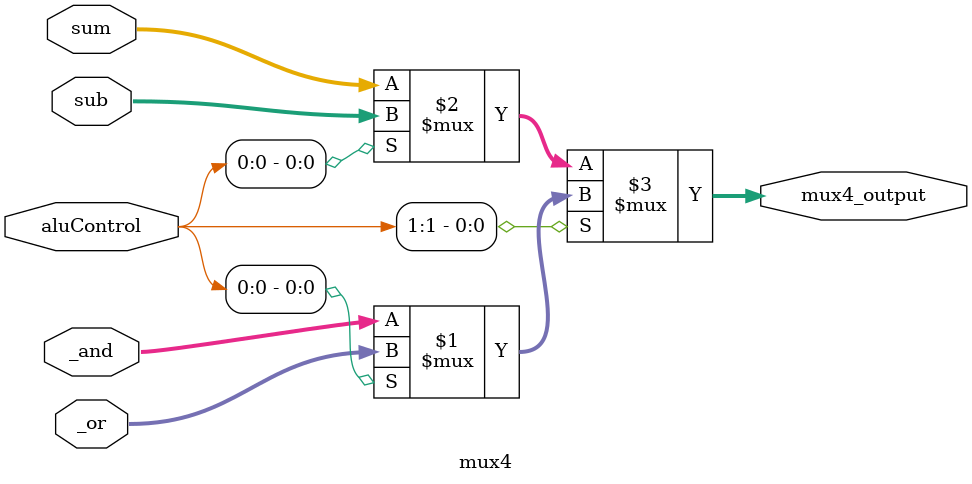
<source format=sv>
`timescale 1ns / 1ps


module mux4(input logic [7:0] sum, sub, _and, _or, input logic [1:0] aluControl, output logic [7:0] mux4_output);

    assign mux4_output = aluControl[1] ? 
           (aluControl[0] ? _or : _and):
           (aluControl[0] ? sub : sum);
    
endmodule


</source>
